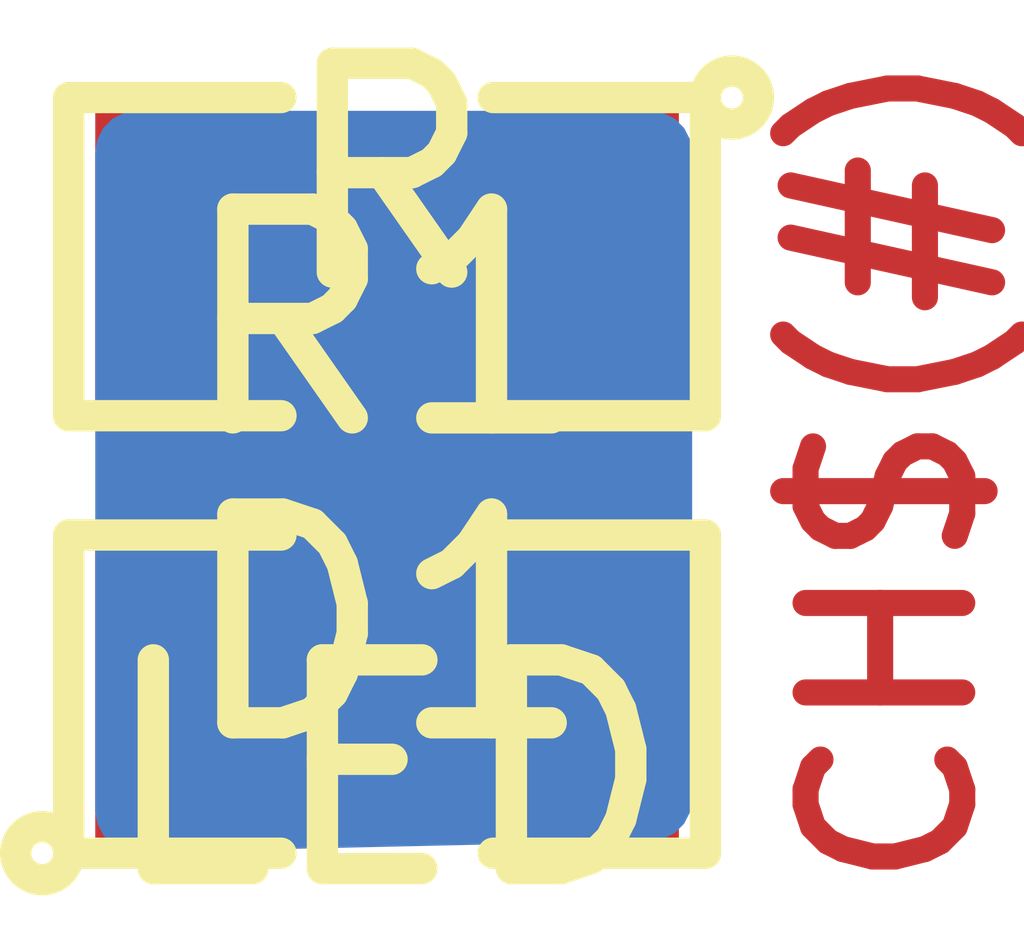
<source format=kicad_pcb>
(kicad_pcb (version 4) (host pcbnew "(2015-02-01 BZR 5398)-product")

  (general
    (links 1)
    (no_connects 0)
    (area 146.355999 103.342 150.570001 108.4075)
    (thickness 1.6)
    (drawings 1)
    (tracks 1)
    (zones 0)
    (modules 2)
    (nets 2)
  )

  (page A4)
  (layers
    (0 F.Cu signal)
    (31 B.Cu signal)
    (32 B.Adhes user)
    (33 F.Adhes user)
    (34 B.Paste user)
    (35 F.Paste user)
    (36 B.SilkS user)
    (37 F.SilkS user)
    (38 B.Mask user)
    (39 F.Mask user)
    (40 Dwgs.User user)
    (41 Cmts.User user)
    (42 Eco1.User user)
    (43 Eco2.User user)
    (44 Edge.Cuts user)
    (45 Margin user)
    (46 B.CrtYd user)
    (47 F.CrtYd user)
    (48 B.Fab user)
    (49 F.Fab user)
  )

  (setup
    (last_trace_width 0.254)
    (trace_clearance 0.254)
    (zone_clearance 0.508)
    (zone_45_only no)
    (trace_min 0.254)
    (segment_width 0.2)
    (edge_width 0.1)
    (via_size 0.889)
    (via_drill 0.635)
    (via_min_size 0.889)
    (via_min_drill 0.508)
    (uvia_size 0.508)
    (uvia_drill 0.127)
    (uvias_allowed no)
    (uvia_min_size 0.508)
    (uvia_min_drill 0.127)
    (pcb_text_width 0.3)
    (pcb_text_size 1.5 1.5)
    (mod_edge_width 0.15)
    (mod_text_size 1 1)
    (mod_text_width 0.15)
    (pad_size 1.5 1.5)
    (pad_drill 0.6)
    (pad_to_mask_clearance 0)
    (aux_axis_origin 0 0)
    (visible_elements FFFFFF7F)
    (pcbplotparams
      (layerselection 0x00030_80000001)
      (usegerberextensions false)
      (excludeedgelayer true)
      (linewidth 0.100000)
      (plotframeref false)
      (viasonmask false)
      (mode 1)
      (useauxorigin false)
      (hpglpennumber 1)
      (hpglpenspeed 20)
      (hpglpendiameter 15)
      (hpglpenoverlay 2)
      (psnegative false)
      (psa4output false)
      (plotreference true)
      (plotvalue true)
      (plotinvisibletext false)
      (padsonsilk false)
      (subtractmaskfromsilk false)
      (outputformat 1)
      (mirror false)
      (drillshape 1)
      (scaleselection 1)
      (outputdirectory ""))
  )

  (net 0 "")
  (net 1 "Net-(D1-Pad2)")

  (net_class Default "This is the default net class."
    (clearance 0.254)
    (trace_width 0.254)
    (via_dia 0.889)
    (via_drill 0.635)
    (uvia_dia 0.508)
    (uvia_drill 0.127)
    (add_net "Net-(D1-Pad2)")
  )

  (module SMD_Packages:SMD-0805 (layer F.Cu) (tedit 54CE0B05) (tstamp 54CE0B1D)
    (at 148.463 106.9975)
    (path /54CE0528)
    (attr smd)
    (fp_text reference D1 (at 0 -0.3175) (layer F.SilkS)
      (effects (font (size 1 1) (thickness 0.15)))
    )
    (fp_text value LED (at 0 0.381) (layer F.SilkS)
      (effects (font (size 1 1) (thickness 0.15)))
    )
    (fp_circle (center -1.651 0.762) (end -1.651 0.635) (layer F.SilkS) (width 0.15))
    (fp_line (start -0.508 0.762) (end -1.524 0.762) (layer F.SilkS) (width 0.15))
    (fp_line (start -1.524 0.762) (end -1.524 -0.762) (layer F.SilkS) (width 0.15))
    (fp_line (start -1.524 -0.762) (end -0.508 -0.762) (layer F.SilkS) (width 0.15))
    (fp_line (start 0.508 -0.762) (end 1.524 -0.762) (layer F.SilkS) (width 0.15))
    (fp_line (start 1.524 -0.762) (end 1.524 0.762) (layer F.SilkS) (width 0.15))
    (fp_line (start 1.524 0.762) (end 0.508 0.762) (layer F.SilkS) (width 0.15))
    (pad 1 smd rect (at -0.9525 0) (size 0.889 1.397) (layers F.Cu F.Paste F.Mask))
    (pad 2 smd rect (at 0.9525 0) (size 0.889 1.397) (layers F.Cu F.Paste F.Mask)
      (net 1 "Net-(D1-Pad2)"))
    (model SMD_Packages/SMD-0805.wrl
      (at (xyz 0 0 0))
      (scale (xyz 0.1 0.1 0.1))
      (rotate (xyz 0 0 0))
    )
  )

  (module SMD_Packages:SMD-0805 (layer F.Cu) (tedit 54CE0B05) (tstamp 54CE0B2A)
    (at 148.463 104.902 180)
    (path /54CE04A8)
    (attr smd)
    (fp_text reference R1 (at 0 -0.3175 180) (layer F.SilkS)
      (effects (font (size 1 1) (thickness 0.15)))
    )
    (fp_text value R (at 0 0.381 180) (layer F.SilkS)
      (effects (font (size 1 1) (thickness 0.15)))
    )
    (fp_circle (center -1.651 0.762) (end -1.651 0.635) (layer F.SilkS) (width 0.15))
    (fp_line (start -0.508 0.762) (end -1.524 0.762) (layer F.SilkS) (width 0.15))
    (fp_line (start -1.524 0.762) (end -1.524 -0.762) (layer F.SilkS) (width 0.15))
    (fp_line (start -1.524 -0.762) (end -0.508 -0.762) (layer F.SilkS) (width 0.15))
    (fp_line (start 0.508 -0.762) (end 1.524 -0.762) (layer F.SilkS) (width 0.15))
    (fp_line (start 1.524 -0.762) (end 1.524 0.762) (layer F.SilkS) (width 0.15))
    (fp_line (start 1.524 0.762) (end 0.508 0.762) (layer F.SilkS) (width 0.15))
    (pad 1 smd rect (at -0.9525 0 180) (size 0.889 1.397) (layers F.Cu F.Paste F.Mask)
      (net 1 "Net-(D1-Pad2)"))
    (pad 2 smd rect (at 0.9525 0 180) (size 0.889 1.397) (layers F.Cu F.Paste F.Mask))
    (model SMD_Packages/SMD-0805.wrl
      (at (xyz 0 0 0))
      (scale (xyz 0.1 0.1 0.1))
      (rotate (xyz 0 0 0))
    )
  )

  (gr_text "CH$(#)" (at 150.876 105.918 90) (layer F.Cu)
    (effects (font (size 0.75 0.75) (thickness 0.125)))
  )

  (segment (start 149.4155 104.902) (end 149.4155 106.9975) (width 0.254) (layer F.Cu) (net 1))

  (zone (net 0) (net_name "") (layer B.Cu) (tstamp 54CE0B9B) (hatch edge 0.508)
    (connect_pads (clearance 0.508))
    (min_thickness 0.4)
    (fill yes (arc_segments 16) (thermal_gap 0.508) (thermal_bridge_width 0.508))
    (polygon
      (pts
        (xy 149.9235 107.696) (xy 147.066 107.7595) (xy 147.066 104.2035) (xy 149.9235 104.2035)
      )
    )
    (filled_polygon
      (pts
        (xy 149.7235 107.500395) (xy 147.266 107.555006) (xy 147.266 104.4035) (xy 149.7235 104.4035) (xy 149.7235 107.500395)
      )
    )
  )
  (zone (net 1) (net_name "Net-(D1-Pad2)") (layer F.Cu) (tstamp 54CE0BA6) (hatch edge 0.508)
    (connect_pads yes (clearance 0.508))
    (min_thickness 0.4)
    (fill yes (arc_segments 16) (thermal_gap 0.508) (thermal_bridge_width 0.508))
    (polygon
      (pts
        (xy 149.86 107.696) (xy 148.971 107.696) (xy 148.971 104.2035) (xy 149.86 104.2035)
      )
    )
    (filled_polygon
      (pts
        (xy 149.66 107.496) (xy 149.171 107.496) (xy 149.171 104.4035) (xy 149.66 104.4035) (xy 149.66 107.496)
      )
    )
  )
)

</source>
